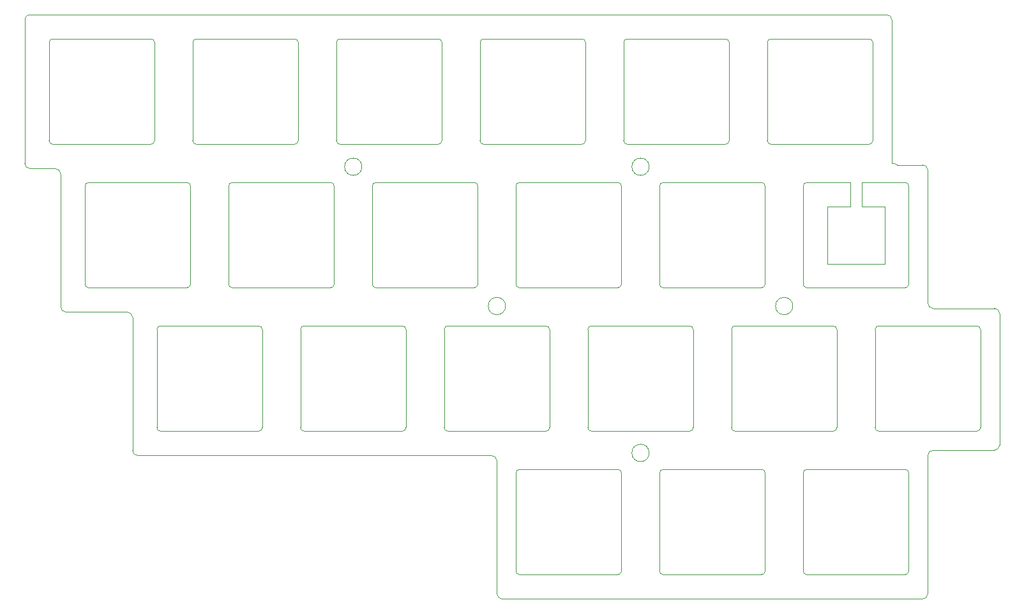
<source format=gm1>
G04 #@! TF.GenerationSoftware,KiCad,Pcbnew,(5.1.4)-1*
G04 #@! TF.CreationDate,2021-01-05T09:44:17-08:00*
G04 #@! TF.ProjectId,andante-classic,616e6461-6e74-4652-9d63-6c6173736963,rev?*
G04 #@! TF.SameCoordinates,Original*
G04 #@! TF.FileFunction,Profile,NP*
%FSLAX46Y46*%
G04 Gerber Fmt 4.6, Leading zero omitted, Abs format (unit mm)*
G04 Created by KiCad (PCBNEW (5.1.4)-1) date 2021-01-05 09:44:17*
%MOMM*%
%LPD*%
G04 APERTURE LIST*
%ADD10C,0.100000*%
G04 APERTURE END LIST*
D10*
X117177500Y-107836562D02*
X117177500Y-120836563D01*
X138465000Y-124760000D02*
X138465000Y-142410000D01*
X46240000Y-126386563D02*
X59240000Y-126386563D01*
X59740000Y-139886563D02*
G75*
G02X59240000Y-140386563I-500000J0D01*
G01*
X59740000Y-126886563D02*
X59740000Y-139886563D01*
X139165000Y-143110000D02*
X147290000Y-143110000D01*
X40189999Y-140386563D02*
X27190000Y-140386563D01*
X93077500Y-107836563D02*
X93077500Y-120836562D01*
X79577500Y-121336563D02*
G75*
G02X79077500Y-120836563I0J500000D01*
G01*
X131177501Y-120836562D02*
G75*
G02X130677500Y-121336563I-500001J0D01*
G01*
X40689999Y-126886563D02*
X40689999Y-139886563D01*
X98127500Y-107836562D02*
G75*
G02X98627500Y-107336562I500000J0D01*
G01*
X41477500Y-121336563D02*
G75*
G02X40977500Y-120836563I0J500000D01*
G01*
X54977500Y-107836563D02*
X54977500Y-120836562D01*
X93365000Y-145936563D02*
G75*
G02X93865000Y-145436563I500000J0D01*
G01*
X73527500Y-121336563D02*
X60527500Y-121336563D01*
X74027500Y-107836563D02*
X74027500Y-120836562D01*
X79077500Y-107836562D02*
G75*
G02X79577500Y-107336562I500000J0D01*
G01*
X60527500Y-107336562D02*
X73527500Y-107336563D01*
X79077500Y-120836563D02*
X79077500Y-107836562D01*
X134402500Y-124060000D02*
X137765000Y-124060000D01*
X59240000Y-126386563D02*
G75*
G02X59740000Y-126886563I0J-500000D01*
G01*
X74027500Y-120836563D02*
G75*
G02X73527500Y-121336563I-500000J0D01*
G01*
X24164999Y-143611563D02*
G75*
G02X23464999Y-142911563I0J700000D01*
G01*
X93865000Y-159436563D02*
G75*
G02X93365000Y-158936563I0J500000D01*
G01*
X59240000Y-140386563D02*
X46240000Y-140386563D01*
X23464999Y-142911563D02*
X23464999Y-125261563D01*
X18702501Y-104811563D02*
G75*
G02X19402500Y-104111564I699999J0D01*
G01*
X107365000Y-145936562D02*
X107365000Y-158936563D01*
X92577500Y-121336563D02*
X79577500Y-121336563D01*
X22764999Y-124561563D02*
X19402500Y-124561563D01*
X112414999Y-145936562D02*
G75*
G02X112915000Y-145436563I500000J-1D01*
G01*
X19402500Y-124561563D02*
G75*
G02X18702500Y-123861563I0J700000D01*
G01*
X18702500Y-123861563D02*
X18702501Y-104811563D01*
X133002500Y-104111563D02*
G75*
G02X133702500Y-104811563I0J-700000D01*
G01*
X46240000Y-140386563D02*
G75*
G02X45740000Y-139886563I0J500000D01*
G01*
X45740000Y-139886563D02*
X45740000Y-126886563D01*
X54977501Y-120836562D02*
G75*
G02X54477500Y-121336563I-500001J0D01*
G01*
X60027500Y-107836562D02*
G75*
G02X60527500Y-107336562I500000J0D01*
G01*
X40977500Y-120836563D02*
X40977499Y-107836562D01*
X32289999Y-143611563D02*
X24164999Y-143611563D01*
X133702500Y-123861563D02*
X133914201Y-123861563D01*
X79577500Y-107336562D02*
X92577500Y-107336563D01*
X19402500Y-104111564D02*
X133002500Y-104111564D01*
X54477500Y-107336563D02*
G75*
G02X54977500Y-107836563I0J-500000D01*
G01*
X40689999Y-139886563D02*
G75*
G02X40189999Y-140386563I-500000J0D01*
G01*
X93077501Y-120836562D02*
G75*
G02X92577500Y-121336563I-500001J0D01*
G01*
X32989999Y-161961563D02*
X32989999Y-144311563D01*
X60027500Y-120836563D02*
X60027500Y-107836562D01*
X134402500Y-124060001D02*
G75*
G02X133914201Y-123861563I0J700001D01*
G01*
X106865000Y-159436563D02*
X93865000Y-159436563D01*
X54477500Y-121336563D02*
X41477500Y-121336563D01*
X106865000Y-145436562D02*
G75*
G02X107365000Y-145936562I0J-500000D01*
G01*
X117677501Y-121336562D02*
G75*
G02X117177500Y-120836563I-1J500000D01*
G01*
X45740000Y-126886563D02*
G75*
G02X46240000Y-126386563I500000J0D01*
G01*
X137764999Y-124059999D02*
G75*
G02X138465000Y-124760000I0J-700001D01*
G01*
X32289999Y-143611563D02*
G75*
G02X32989999Y-144311563I0J-700000D01*
G01*
X22764999Y-124561563D02*
G75*
G02X23464999Y-125261563I0J-700000D01*
G01*
X92577500Y-107336563D02*
G75*
G02X93077500Y-107836563I0J-500000D01*
G01*
X139165000Y-143110000D02*
G75*
G02X138465000Y-142410000I0J700000D01*
G01*
X73527501Y-107336562D02*
G75*
G02X74027500Y-107836563I-1J-500000D01*
G01*
X121940001Y-164986562D02*
G75*
G02X122440000Y-164486563I499999J0D01*
G01*
X117677500Y-121336562D02*
X130677500Y-121336563D01*
X60527500Y-121336563D02*
G75*
G02X60027500Y-120836563I0J500000D01*
G01*
X131465001Y-145936562D02*
G75*
G02X131965000Y-145436563I499999J0D01*
G01*
X35427499Y-121336563D02*
X22427500Y-121336563D01*
X74315000Y-145936563D02*
G75*
G02X74815000Y-145436563I500000J0D01*
G01*
X88315000Y-145936562D02*
X88315000Y-158936563D01*
X55765000Y-145436563D02*
X68765000Y-145436562D01*
X49715000Y-159436563D02*
X36715000Y-159436563D01*
X138465000Y-162661563D02*
X138465000Y-181011563D01*
X50215000Y-145936562D02*
X50215000Y-158936563D01*
X55765000Y-159436563D02*
G75*
G02X55265000Y-158936563I0J500000D01*
G01*
X36715000Y-159436563D02*
G75*
G02X36215000Y-158936563I0J500000D01*
G01*
X22427499Y-107336562D02*
X35427499Y-107336562D01*
X68765000Y-145436562D02*
G75*
G02X69265000Y-145936562I0J-500000D01*
G01*
X74815000Y-159436563D02*
G75*
G02X74315000Y-158936563I0J500000D01*
G01*
X137765000Y-181711563D02*
X82015000Y-181711563D01*
X21927499Y-107836562D02*
G75*
G02X22427499Y-107336562I500000J0D01*
G01*
X132740000Y-129586563D02*
X132740000Y-137186563D01*
X68765000Y-159436563D02*
X55765000Y-159436563D01*
X87815000Y-159436563D02*
X74815000Y-159436563D01*
X88315000Y-158936563D02*
G75*
G02X87815000Y-159436563I-500000J0D01*
G01*
X74815000Y-145436563D02*
X87815000Y-145436562D01*
X35927499Y-107836563D02*
X35927499Y-120836562D01*
X97840000Y-139886563D02*
G75*
G02X97340000Y-140386563I-500000J0D01*
G01*
X36714999Y-145436563D02*
X49715000Y-145436562D01*
X36215000Y-158936563D02*
X36214999Y-145936563D01*
X50215000Y-158936563D02*
G75*
G02X49715000Y-159436563I-500000J0D01*
G01*
X41477499Y-107336562D02*
X54477500Y-107336563D01*
X55265000Y-145936563D02*
G75*
G02X55765000Y-145436563I500000J0D01*
G01*
X65290000Y-126386563D02*
X78290000Y-126386563D01*
X69265000Y-145936562D02*
X69265000Y-158936563D01*
X122440000Y-140386563D02*
X135440000Y-140386563D01*
X87815000Y-145436562D02*
G75*
G02X88315000Y-145936562I0J-500000D01*
G01*
X133702500Y-104811563D02*
X133702500Y-123861563D01*
X122440000Y-178486563D02*
G75*
G02X121940000Y-177986563I0J500000D01*
G01*
X129690000Y-129586563D02*
X132740000Y-129586563D01*
X102889999Y-126886562D02*
G75*
G02X103390000Y-126386563I500000J-1D01*
G01*
X97340000Y-140386563D02*
X84340000Y-140386563D01*
X55265000Y-158936563D02*
X55265000Y-145936563D01*
X35927500Y-120836562D02*
G75*
G02X35427499Y-121336563I-500001J0D01*
G01*
X69265000Y-158936563D02*
G75*
G02X68765000Y-159436563I-500000J0D01*
G01*
X97840000Y-126886563D02*
X97840000Y-139886563D01*
X138465000Y-181011563D02*
G75*
G02X137765000Y-181711563I-700000J0D01*
G01*
X121940000Y-164986563D02*
X121940000Y-177986563D01*
X135940000Y-139886563D02*
X135940000Y-126886563D01*
X121940000Y-126886563D02*
X121940000Y-139886563D01*
X102890000Y-139886563D02*
X102889999Y-126886563D01*
X116390001Y-126386562D02*
G75*
G02X116890000Y-126886563I-1J-500000D01*
G01*
X49715000Y-145436562D02*
G75*
G02X50215000Y-145936562I0J-500000D01*
G01*
X22427500Y-121336563D02*
G75*
G02X21927500Y-120836563I0J500000D01*
G01*
X40977499Y-107836562D02*
G75*
G02X41477499Y-107336562I500000J0D01*
G01*
X35427500Y-107336562D02*
G75*
G02X35927499Y-107836563I-1J-500000D01*
G01*
X116390000Y-140386563D02*
X103390000Y-140386563D01*
X116890000Y-139886563D02*
G75*
G02X116390000Y-140386563I-500000J0D01*
G01*
X97340000Y-126386563D02*
G75*
G02X97840000Y-126886563I0J-500000D01*
G01*
X116890000Y-126886563D02*
X116890000Y-139886563D01*
X103390000Y-126386563D02*
X116390000Y-126386562D01*
X84340000Y-126386563D02*
X97340000Y-126386563D01*
X21927500Y-120836563D02*
X21927499Y-107836562D01*
X103390000Y-140386563D02*
G75*
G02X102890000Y-139886563I0J500000D01*
G01*
X135440000Y-126386563D02*
G75*
G02X135940000Y-126886563I0J-500000D01*
G01*
X135440000Y-126386563D02*
X129690000Y-126386563D01*
X135940000Y-139886563D02*
G75*
G02X135440000Y-140386563I-500000J0D01*
G01*
X122440000Y-140386563D02*
G75*
G02X121940000Y-139886563I0J500000D01*
G01*
X36214999Y-145936563D02*
G75*
G02X36714999Y-145436563I500000J0D01*
G01*
X129690000Y-126386563D02*
X129690000Y-129586563D01*
X135440000Y-164486563D02*
G75*
G02X135940000Y-164986563I0J-500000D01*
G01*
X78790000Y-126886563D02*
X78790000Y-139886563D01*
X78290000Y-126386563D02*
G75*
G02X78790000Y-126886563I0J-500000D01*
G01*
X78790000Y-139886563D02*
G75*
G02X78290000Y-140386563I-500000J0D01*
G01*
X81315000Y-181011563D02*
X81315000Y-163361563D01*
X83840000Y-139886563D02*
X83840000Y-126886563D01*
X135940000Y-177986563D02*
X135940000Y-164986563D01*
X147990000Y-161261563D02*
G75*
G02X147290000Y-161961563I-700000J0D01*
G01*
X64790000Y-126886563D02*
G75*
G02X65290000Y-126386563I500000J0D01*
G01*
X147990000Y-143810000D02*
X147990000Y-161261563D01*
X147290000Y-161961563D02*
X139165000Y-161961563D01*
X135940000Y-177986563D02*
G75*
G02X135440000Y-178486563I-500000J0D01*
G01*
X84340000Y-140386563D02*
G75*
G02X83840000Y-139886563I0J500000D01*
G01*
X80615000Y-162661563D02*
X33689999Y-162661563D01*
X80615000Y-162661563D02*
G75*
G02X81315000Y-163361563I0J-700000D01*
G01*
X138465000Y-162661563D02*
G75*
G02X139165000Y-161961563I700000J0D01*
G01*
X78290000Y-140386563D02*
X65290000Y-140386563D01*
X122440000Y-178486563D02*
X135440000Y-178486563D01*
X82015000Y-181711563D02*
G75*
G02X81315000Y-181011563I0J700000D01*
G01*
X147290000Y-143110000D02*
G75*
G02X147990000Y-143810000I0J-700000D01*
G01*
X64790000Y-139886563D02*
X64790000Y-126886563D01*
X135440000Y-164486563D02*
X122440000Y-164486563D01*
X65290000Y-140386563D02*
G75*
G02X64790000Y-139886563I0J500000D01*
G01*
X83840000Y-126886563D02*
G75*
G02X84340000Y-126386563I500000J0D01*
G01*
X33690000Y-162661562D02*
G75*
G02X32989999Y-161961563I-1J700000D01*
G01*
X84340000Y-178486563D02*
G75*
G02X83840000Y-177986563I0J500000D01*
G01*
X97840000Y-164986563D02*
X97840000Y-177986563D01*
X116390000Y-178486563D02*
X103390000Y-178486563D01*
X128190000Y-129586563D02*
X128190000Y-126386563D01*
X116890000Y-177986563D02*
G75*
G02X116390000Y-178486563I-500000J0D01*
G01*
X102889999Y-164986562D02*
G75*
G02X103390000Y-164486563I500000J-1D01*
G01*
X103390000Y-164486563D02*
X116390000Y-164486563D01*
X103390000Y-178486563D02*
G75*
G02X102890000Y-177986563I0J500000D01*
G01*
X97840000Y-177986563D02*
G75*
G02X97340000Y-178486563I-500000J0D01*
G01*
X102890000Y-177986563D02*
X102889999Y-164986563D01*
X97340000Y-178486563D02*
X84340000Y-178486563D01*
X116890000Y-164986563D02*
X116890000Y-177986563D01*
X98127500Y-120836563D02*
X98127500Y-107836562D01*
X84340000Y-164486563D02*
X97340000Y-164486563D01*
X116390000Y-164486563D02*
G75*
G02X116890000Y-164986563I0J-500000D01*
G01*
X111627500Y-121336563D02*
X98627500Y-121336563D01*
X98627500Y-121336563D02*
G75*
G02X98127500Y-120836563I0J500000D01*
G01*
X112127500Y-107836563D02*
X112127500Y-120836562D01*
X27189999Y-126386563D02*
X40189999Y-126386563D01*
X26690000Y-139886563D02*
X26689999Y-126886563D01*
X125140000Y-137186563D02*
X125140000Y-129586563D01*
X40189999Y-126386563D02*
G75*
G02X40689999Y-126886563I0J-500000D01*
G01*
X121940001Y-126886562D02*
G75*
G02X122440000Y-126386563I499999J0D01*
G01*
X125140000Y-129586563D02*
X128190000Y-129586563D01*
X128190000Y-126386563D02*
X122440000Y-126386563D01*
X27190000Y-140386563D02*
G75*
G02X26690000Y-139886563I0J500000D01*
G01*
X26689999Y-126886563D02*
G75*
G02X27189999Y-126386563I500000J0D01*
G01*
X97340000Y-164486563D02*
G75*
G02X97840000Y-164986563I0J-500000D01*
G01*
X112127501Y-120836562D02*
G75*
G02X111627500Y-121336563I-500001J0D01*
G01*
X83840000Y-177986563D02*
X83840000Y-164986563D01*
X83840000Y-164986563D02*
G75*
G02X84340000Y-164486563I500000J0D01*
G01*
X132740000Y-137186563D02*
X125140000Y-137186563D01*
X111627500Y-107336563D02*
G75*
G02X112127500Y-107836563I0J-500000D01*
G01*
X130677500Y-107336562D02*
X117677500Y-107336562D01*
X107365000Y-158936563D02*
G75*
G02X106865000Y-159436563I-500000J0D01*
G01*
X112915000Y-145436563D02*
X125915000Y-145436562D01*
X126415000Y-158936563D02*
G75*
G02X125915000Y-159436563I-500000J0D01*
G01*
X63415000Y-124311563D02*
G75*
G03X63415000Y-124311563I-1150000J0D01*
G01*
X101515000Y-124311563D02*
G75*
G03X101515000Y-124311563I-1150000J0D01*
G01*
X112415000Y-158936563D02*
X112414999Y-145936563D01*
X131965000Y-159436563D02*
G75*
G02X131465000Y-158936563I0J500000D01*
G01*
X125915000Y-145436562D02*
G75*
G02X126415000Y-145936562I0J-500000D01*
G01*
X101515000Y-162311563D02*
G75*
G03X101515000Y-162311563I-1150000J0D01*
G01*
X93365000Y-158936563D02*
X93365000Y-145936563D01*
X93865000Y-145436563D02*
X106865000Y-145436562D01*
X131965000Y-159436563D02*
X144965000Y-159436563D01*
X112915000Y-159436563D02*
G75*
G02X112415000Y-158936563I0J500000D01*
G01*
X98627500Y-107336562D02*
X111627500Y-107336562D01*
X82465000Y-142811563D02*
G75*
G03X82465000Y-142811563I-1150000J0D01*
G01*
X126415000Y-145936562D02*
X126415000Y-158936563D01*
X117177500Y-107836562D02*
G75*
G02X117677500Y-107336562I500000J0D01*
G01*
X130677500Y-107336563D02*
G75*
G02X131177500Y-107836563I0J-500000D01*
G01*
X131465000Y-145936563D02*
X131465000Y-158936563D01*
X125915000Y-159436563D02*
X112915000Y-159436563D01*
X120565000Y-142811563D02*
G75*
G03X120565000Y-142811563I-1150000J0D01*
G01*
X131177500Y-120836562D02*
X131177500Y-107836563D01*
X74315000Y-158936563D02*
X74315000Y-145936563D01*
X145465000Y-158936563D02*
G75*
G02X144965000Y-159436563I-500000J0D01*
G01*
X145465000Y-158936563D02*
X145465000Y-145936562D01*
X144965000Y-145436563D02*
X131965000Y-145436563D01*
X144965000Y-145436562D02*
G75*
G02X145465000Y-145936562I0J-500000D01*
G01*
M02*

</source>
